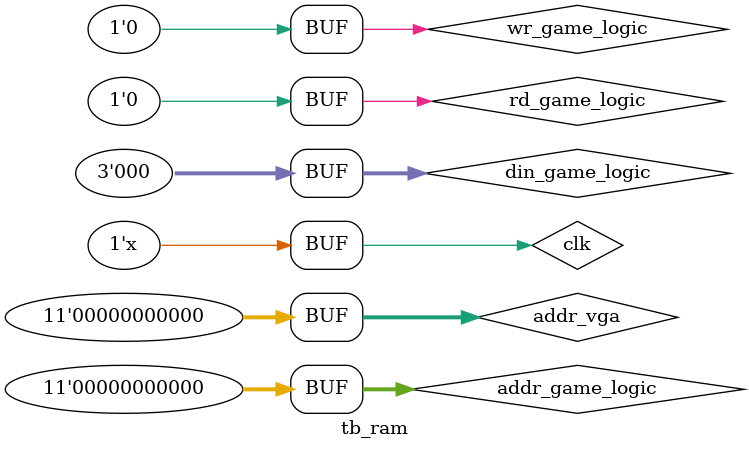
<source format=v>
`timescale 1ns / 1ps


module tb_ram;

	// Inputs
	reg clk;
	reg [10:0] addr_vga;
	reg [10:0] addr_game_logic;
	reg wr_game_logic;
	reg rd_game_logic;
	reg [2:0] din_game_logic;

	// Outputs
	wire [2:0] dout_game_logic_par;
	wire [10:0] dout_game_logic_pac;

	// Instantiate the Unit Under Test (UUT)
	ram uut (
		.clk(clk), 
		.addr_vga(addr_vga), 
		.addr_game_logic(addr_game_logic), 
		.wr_game_logic(wr_game_logic), 
		.rd_game_logic(rd_game_logic), 
		.din_game_logic(din_game_logic), 
		.dout_game_logic_par(dout_game_logic_par), 
		.dout_game_logic_pac(dout_game_logic_pac)
	);

	initial begin
		// Initialize Inputs
		clk = 0;
		addr_vga = 0;
		addr_game_logic = 0;
		wr_game_logic = 0;
		rd_game_logic = 0;
		din_game_logic = 0;

		// Wait 100 ns for global reset to finish
		#100;
		
		#100 	addr_game_logic = 11'h000;
		#100	wr_game_logic = 1;
		#100	wr_game_logic = 0;
		#100	rd_game_logic = 1;
		#100	rd_game_logic = 0;
        
		// Add stimulus here

	end
	
		always #10
		clk <= ~clk;
      
endmodule


</source>
